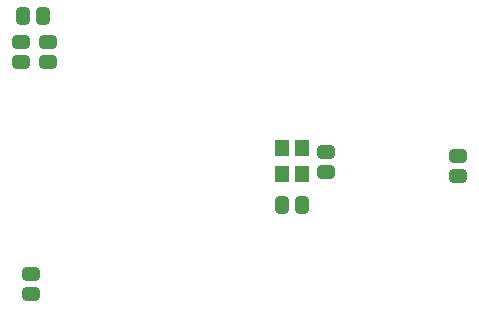
<source format=gbp>
G04*
G04 #@! TF.GenerationSoftware,Altium Limited,Altium Designer,21.9.2 (33)*
G04*
G04 Layer_Color=128*
%FSLAX25Y25*%
%MOIN*%
G70*
G04*
G04 #@! TF.SameCoordinates,C0BA0E73-4C5D-4CFB-B628-C4008C3DC592*
G04*
G04*
G04 #@! TF.FilePolarity,Positive*
G04*
G01*
G75*
G04:AMPARAMS|DCode=31|XSize=43.7mil|YSize=57.87mil|CornerRadius=9.83mil|HoleSize=0mil|Usage=FLASHONLY|Rotation=90.000|XOffset=0mil|YOffset=0mil|HoleType=Round|Shape=RoundedRectangle|*
%AMROUNDEDRECTD31*
21,1,0.04370,0.03821,0,0,90.0*
21,1,0.02404,0.05787,0,0,90.0*
1,1,0.01967,0.01910,0.01202*
1,1,0.01967,0.01910,-0.01202*
1,1,0.01967,-0.01910,-0.01202*
1,1,0.01967,-0.01910,0.01202*
%
%ADD31ROUNDEDRECTD31*%
G04:AMPARAMS|DCode=32|XSize=43.7mil|YSize=57.87mil|CornerRadius=9.83mil|HoleSize=0mil|Usage=FLASHONLY|Rotation=180.000|XOffset=0mil|YOffset=0mil|HoleType=Round|Shape=RoundedRectangle|*
%AMROUNDEDRECTD32*
21,1,0.04370,0.03821,0,0,180.0*
21,1,0.02404,0.05787,0,0,180.0*
1,1,0.01967,-0.01202,0.01910*
1,1,0.01967,0.01202,0.01910*
1,1,0.01967,0.01202,-0.01910*
1,1,0.01967,-0.01202,-0.01910*
%
%ADD32ROUNDEDRECTD32*%
%ADD75R,0.04724X0.05512*%
D31*
X33000Y27724D02*
D03*
Y21032D02*
D03*
X38765Y98342D02*
D03*
Y105035D02*
D03*
X29763Y98342D02*
D03*
Y105035D02*
D03*
X131392Y68500D02*
D03*
Y61807D02*
D03*
X175500Y60500D02*
D03*
Y67193D02*
D03*
D32*
X37117Y113675D02*
D03*
X30424D02*
D03*
X116807Y50642D02*
D03*
X123500D02*
D03*
D75*
X123628Y61169D02*
D03*
Y69831D02*
D03*
X116738Y61169D02*
D03*
Y69831D02*
D03*
M02*

</source>
